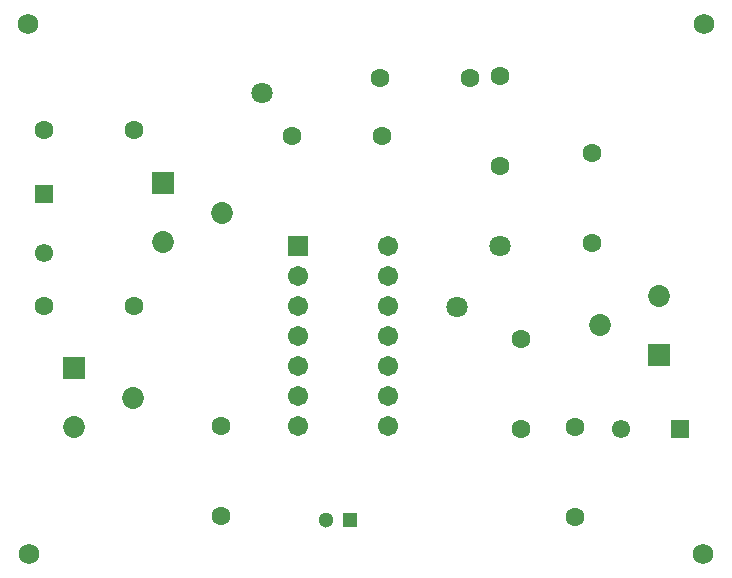
<source format=gbs>
G04*
G04 #@! TF.GenerationSoftware,Altium Limited,Altium Designer,20.2.5 (213)*
G04*
G04 Layer_Color=16711935*
%FSLAX44Y44*%
%MOMM*%
G71*
G04*
G04 #@! TF.SameCoordinates,3CA80DEF-A651-457A-9D84-72F8DF8CF74D*
G04*
G04*
G04 #@! TF.FilePolarity,Negative*
G04*
G01*
G75*
%ADD15C,1.7272*%
%ADD16R,1.8532X1.8532*%
%ADD17C,1.8532*%
%ADD18R,1.3000X1.3000*%
%ADD19C,1.3000*%
%ADD20C,1.7032*%
%ADD21R,1.7032X1.7032*%
%ADD22C,1.6032*%
%ADD23C,1.8032*%
%ADD24C,1.5532*%
%ADD25R,1.5532X1.5532*%
%ADD26R,1.5532X1.5532*%
D15*
X594504Y23763D02*
D03*
X24123Y23386D02*
D03*
X22860Y472440D02*
D03*
X595630D02*
D03*
D16*
X137560Y337420D02*
D03*
X62230Y180810D02*
D03*
X557130Y192170D02*
D03*
D17*
X187560Y312420D02*
D03*
X137560Y287420D02*
D03*
X112230Y155810D02*
D03*
X62230Y130810D02*
D03*
X507130Y217170D02*
D03*
X557130Y242170D02*
D03*
D18*
X295750Y52070D02*
D03*
D19*
X275750D02*
D03*
D20*
X327660Y132080D02*
D03*
Y157480D02*
D03*
Y182880D02*
D03*
Y208280D02*
D03*
Y233680D02*
D03*
Y259080D02*
D03*
Y284480D02*
D03*
X251460Y132080D02*
D03*
Y157480D02*
D03*
Y182880D02*
D03*
Y208280D02*
D03*
Y233680D02*
D03*
Y259080D02*
D03*
D21*
Y284480D02*
D03*
D22*
X113030Y382270D02*
D03*
X36830D02*
D03*
X322580Y377190D02*
D03*
X246380D02*
D03*
X422910Y351790D02*
D03*
Y427990D02*
D03*
X113030Y233680D02*
D03*
X36830D02*
D03*
X397510Y426720D02*
D03*
X321310D02*
D03*
X186690Y55880D02*
D03*
Y132080D02*
D03*
X440690Y129540D02*
D03*
Y205740D02*
D03*
X500380Y287020D02*
D03*
Y363220D02*
D03*
X486410Y54610D02*
D03*
Y130810D02*
D03*
D23*
X220980Y414020D02*
D03*
X422910Y284480D02*
D03*
X386080Y232410D02*
D03*
D24*
X36830Y278530D02*
D03*
X524910Y129540D02*
D03*
D25*
X36830Y328530D02*
D03*
D26*
X574910Y129540D02*
D03*
M02*

</source>
